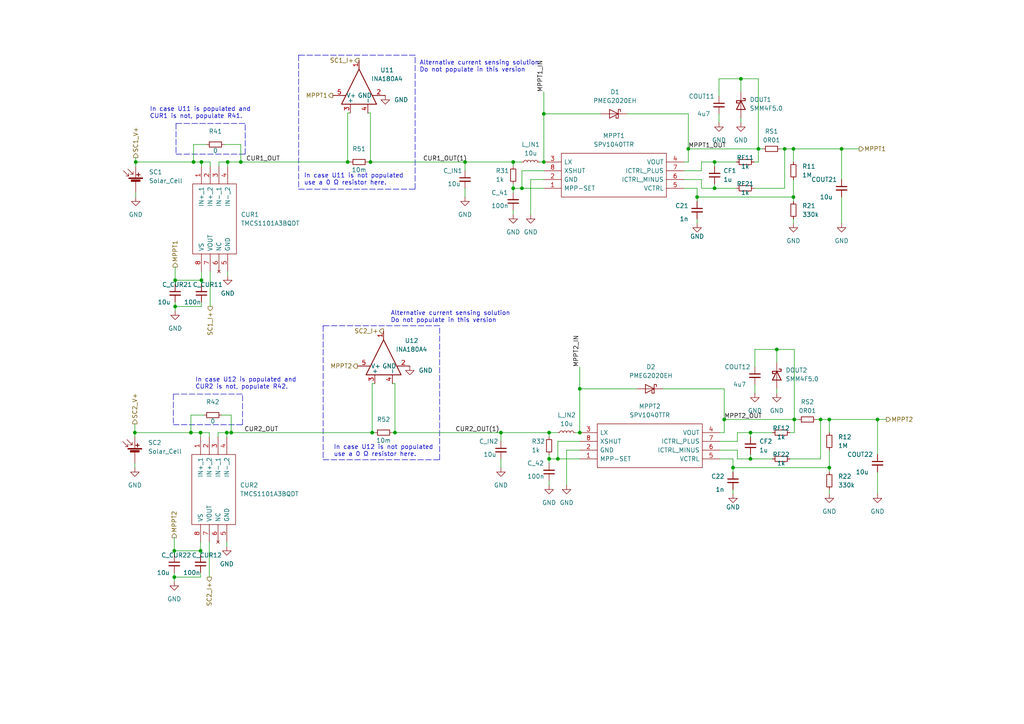
<source format=kicad_sch>
(kicad_sch (version 20211123) (generator eeschema)
  (paper "A4")
  (lib_symbols
    (symbol "Amplifier_Current:INA180A4" (pin_names (offset 0.127))
      (property "Reference" "U?" (at -0.5206 10.414 0))
      (property "Value" "INA180A4" (at -0.5206 7.874 0))
      (symbol "INA180A4_0_1"
        (polyline (pts (xy 5.08 0) (xy -5.08 5.08) (xy -5.08 -5.08) (xy 5.08 0)) (stroke (width 0.254)))
      )
      (symbol "INA180A4_1_1"
        (pin output line (at 7.62 0 180) (length 2.54) (name "~") (number "1"))
        (pin power_in line (at -2.54 -7.62 90) (length 3.81) (name "GND") (number "2"))
        (pin input line (at -7.62 2.54 0) (length 2.54) (name "+") (number "3"))
        (pin input line (at -7.62 -2.54 0) (length 2.54) (name "-") (number "4"))
        (pin power_in line (at -2.54 7.62 270) (length 3.81) (name "V+") (number "5"))
      )
    )
    (symbol "Device:C_Small" (pin_numbers hide) (pin_names (offset 0.254) hide)
      (property "Reference" "C" (at 0.254 1.778 0))
      (property "Value" "C_Small" (at 0.254 -2.032 0))
      (symbol "C_Small_0_1"
        (polyline (pts (xy -1.524 -0.508) (xy 1.524 -0.508)) (stroke (width 0.3302)))
        (polyline (pts (xy -1.524 0.508) (xy 1.524 0.508)) (stroke (width 0.3048)))
      )
      (symbol "C_Small_1_1"
        (pin passive line (at 0 2.54 270) (length 2.032) (name "~") (number "1"))
        (pin passive line (at 0 -2.54 90) (length 2.032) (name "~") (number "2"))
      )
    )
    (symbol "Device:D_Schottky" (pin_numbers hide) (pin_names (offset 1.016) hide)
      (property "Reference" "D" (at 0 2.54 0))
      (property "Value" "D_Schottky" (at 0 -2.54 0))
      (symbol "D_Schottky_0_1"
        (polyline (pts (xy 1.27 0) (xy -1.27 0)))
        (polyline (pts (xy 1.27 1.27) (xy 1.27 -1.27) (xy -1.27 0) (xy 1.27 1.27)) (stroke (width 0.254)))
        (polyline (pts (xy -1.905 0.635) (xy -1.905 1.27) (xy -1.27 1.27) (xy -1.27 -1.27) (xy -0.635 -1.27) (xy -0.635 -0.635)) (stroke (width 0.254)))
      )
      (symbol "D_Schottky_1_1"
        (pin passive line (at -3.81 0 0) (length 2.54) (name "K") (number "1"))
        (pin passive line (at 3.81 0 180) (length 2.54) (name "A") (number "2"))
      )
    )
    (symbol "Device:L_Small" (pin_numbers hide) (pin_names (offset 0.254) hide)
      (property "Reference" "L" (at 0.762 1.016 0))
      (property "Value" "L_Small" (at 0.762 -1.016 0))
      (symbol "L_Small_0_1"
        (arc (start 0 -2.032) (mid 0.508 -1.524) (end 0 -1.016))
        (arc (start 0 -1.016) (mid 0.508 -0.508) (end 0 0))
        (arc (start 0 0) (mid 0.508 0.508) (end 0 1.016))
        (arc (start 0 1.016) (mid 0.508 1.524) (end 0 2.032))
      )
      (symbol "L_Small_1_1"
        (pin passive line (at 0 2.54 270) (length 0.508) (name "~") (number "1"))
        (pin passive line (at 0 -2.54 90) (length 0.508) (name "~") (number "2"))
      )
    )
    (symbol "Device:R_Small" (pin_numbers hide) (pin_names (offset 0.254) hide)
      (property "Reference" "R" (at 0.762 0.508 0))
      (property "Value" "R_Small" (at 0.762 -1.016 0))
      (symbol "R_Small_0_1"
        (rectangle (start -0.762 1.778) (end 0.762 -1.778) (stroke (width 0.2032)))
      )
      (symbol "R_Small_1_1"
        (pin passive line (at 0 2.54 270) (length 0.762) (name "~") (number "1"))
        (pin passive line (at 0 -2.54 90) (length 0.762) (name "~") (number "2"))
      )
    )
    (symbol "Device:Solar_Cell" (pin_numbers hide) (pin_names (offset 0) hide)
      (property "Reference" "SC" (at 2.54 2.54 0))
      (property "Value" "Solar_Cell" (at 2.54 0 0))
      (symbol "Solar_Cell_0_1"
        (rectangle (start -2.032 1.778) (end 2.032 1.524) (fill (type outline)))
        (rectangle (start -1.3208 1.1938) (end 1.27 0.6858) (fill (type outline)))
        (polyline (pts (xy -2.032 2.286) (xy -3.556 3.81)))
        (polyline (pts (xy -0.762 2.794) (xy -2.286 4.318)))
        (polyline (pts (xy 0 0.762) (xy 0 0)))
        (polyline (pts (xy 0 1.778) (xy 0 2.54)))
        (polyline (pts (xy 0.254 2.667) (xy 1.27 2.667)) (stroke (width 0.254)))
        (polyline (pts (xy 0.762 3.175) (xy 0.762 2.159)) (stroke (width 0.254)))
        (polyline (pts (xy -2.032 3.048) (xy -2.032 2.286) (xy -2.794 2.286)))
        (polyline (pts (xy -0.762 3.556) (xy -0.762 2.794) (xy -1.524 2.794)))
      )
      (symbol "Solar_Cell_1_1"
        (pin passive line (at 0 5.08 270) (length 2.54) (name "+") (number "1"))
        (pin passive line (at 0 -2.54 90) (length 2.54) (name "-") (number "2"))
      )
    )
    (symbol "Diode:PMEG2020EH" (pin_numbers hide) (pin_names hide)
      (property "Reference" "D" (at 0 2.54 0))
      (property "Value" "PMEG2020EH" (at 0 -2.54 0))
      (symbol "PMEG2020EH_0_1"
        (polyline (pts (xy 1.27 0) (xy -1.27 0)))
        (polyline (pts (xy 1.27 1.27) (xy 1.27 -1.27) (xy -1.27 0) (xy 1.27 1.27)) (stroke (width 0.2032)))
        (polyline (pts (xy -1.905 0.635) (xy -1.905 1.27) (xy -1.27 1.27) (xy -1.27 -1.27) (xy -0.635 -1.27) (xy -0.635 -0.635)) (stroke (width 0.2032)))
      )
      (symbol "PMEG2020EH_1_1"
        (pin passive line (at -3.81 0 0) (length 2.54) (name "K") (number "1"))
        (pin passive line (at 3.81 0 180) (length 2.54) (name "A") (number "2"))
      )
    )
    (symbol "SamacSys:SPV1040TTR" (pin_names (offset 0.762))
      (property "Reference" "IC?" (at 20.32 7.62 0))
      (property "Value" "SPV1040TTR" (at 20.32 5.08 0))
      (symbol "SPV1040TTR_0_0"
        (pin input line (at 0 -7.62 0) (length 5.08) (name "MPP-SET") (number "1"))
        (pin power_in line (at 0 -5.08 0) (length 5.08) (name "GND") (number "2"))
        (pin input line (at 0 0 0) (length 5.08) (name "LX") (number "3"))
        (pin output line (at 40.64 0 180) (length 5.08) (name "VOUT") (number "4"))
        (pin input line (at 40.64 -7.62 180) (length 5.08) (name "VCTRL") (number "5"))
        (pin input line (at 40.64 -5.08 180) (length 5.08) (name "ICTRL_MINUS") (number "6"))
        (pin input line (at 40.64 -2.54 180) (length 5.08) (name "ICTRL_PLUS") (number "7"))
        (pin input line (at 0 -2.54 0) (length 5.08) (name "XSHUT") (number "8"))
      )
      (symbol "SPV1040TTR_0_1"
        (polyline (pts (xy 5.08 2.54) (xy 35.56 2.54) (xy 35.56 -10.16) (xy 5.08 -10.16) (xy 5.08 2.54)) (stroke (width 0.1524)))
      )
    )
    (symbol "SamacSys_Parts:TMCS1101A3BQDT" (pin_names (offset 0.762))
      (property "Reference" "IC" (at 26.67 7.62 0))
      (property "Value" "TMCS1101A3BQDT" (at 26.67 5.08 0))
      (symbol "TMCS1101A3BQDT_0_0"
        (pin passive line (at 0 0 0) (length 5.08) (name "IN+_1") (number "1"))
        (pin passive line (at 0 -2.54 0) (length 5.08) (name "IN+_2") (number "2"))
        (pin passive line (at 0 -5.08 0) (length 5.08) (name "IN-_1") (number "3"))
        (pin passive line (at 0 -7.62 0) (length 5.08) (name "IN-_2") (number "4"))
        (pin passive line (at 30.48 -7.62 180) (length 5.08) (name "GND") (number "5"))
        (pin no_connect line (at 30.48 -5.08 180) (length 5.08) (name "NC") (number "6"))
        (pin passive line (at 30.48 -2.54 180) (length 5.08) (name "VOUT") (number "7"))
        (pin passive line (at 30.48 0 180) (length 5.08) (name "VS") (number "8"))
      )
      (symbol "TMCS1101A3BQDT_0_1"
        (polyline (pts (xy 5.08 2.54) (xy 25.4 2.54) (xy 25.4 -10.16) (xy 5.08 -10.16) (xy 5.08 2.54)) (stroke (width 0.1524)))
      )
    )
    (symbol "power:GND" (power) (pin_names (offset 0))
      (property "Value" "GND" (at 0 -3.81 0))
      (symbol "GND_0_1"
        (polyline (pts (xy 0 0) (xy 0 -1.27) (xy 1.27 -1.27) (xy 0 -2.54) (xy -1.27 -1.27) (xy 0 -1.27)))
      )
      (symbol "GND_1_1"
        (pin power_in line (at 0 0 270) (length 0) hide (name "GND") (number "1"))
      )
    )
  )
  (junction (at 58.166 159.766))
  (junction (at 157.734 46.99))
  (junction (at 230.378 121.666))
  (junction (at 230.124 57.15))
  (junction (at 159.258 133.096))
  (junction (at 161.798 133.096))
  (junction (at 244.094 43.18))
  (junction (at 207.264 46.99))
  (junction (at 58.42 81.28))
  (junction (at 151.384 54.61))
  (junction (at 219.964 43.18))
  (junction (at 202.184 57.15))
  (junction (at 107.95 125.476))
  (junction (at 58.42 46.99))
  (junction (at 254.508 121.666))
  (junction (at 66.04 46.99))
  (junction (at 227.584 43.18))
  (junction (at 50.8 88.9))
  (junction (at 217.678 125.476))
  (junction (at 114.554 125.476))
  (junction (at 217.678 133.096))
  (junction (at 199.644 43.18))
  (junction (at 145.288 125.476))
  (junction (at 207.264 54.61))
  (junction (at 134.874 46.99))
  (junction (at 168.148 112.776))
  (junction (at 39.37 46.99))
  (junction (at 55.372 125.476))
  (junction (at 240.538 135.636))
  (junction (at 148.844 46.99))
  (junction (at 50.8 81.28))
  (junction (at 240.538 121.666))
  (junction (at 50.546 159.766))
  (junction (at 58.166 125.476))
  (junction (at 212.598 135.636))
  (junction (at 107.442 46.99))
  (junction (at 67.056 125.476))
  (junction (at 100.838 46.99))
  (junction (at 69.85 46.99))
  (junction (at 237.998 121.666))
  (junction (at 65.786 125.476))
  (junction (at 56.134 46.99))
  (junction (at 159.258 125.476))
  (junction (at 148.844 54.61))
  (junction (at 214.884 22.86))
  (junction (at 168.148 125.476))
  (junction (at 230.124 43.18))
  (junction (at 210.058 121.666))
  (junction (at 39.116 125.476))
  (junction (at 157.734 33.02))
  (junction (at 50.546 167.386))
  (junction (at 225.298 101.346))
  (wire (pts (xy 39.37 46.99) (xy 39.37 48.26)))
  (wire (pts (xy 145.288 133.096) (xy 145.288 135.636)))
  (wire (pts (xy 218.694 54.61) (xy 227.584 54.61)))
  (polyline (pts (xy 51.054 35.814) (xy 51.054 44.704)))
  (wire (pts (xy 63.5 46.99) (xy 63.5 48.26)))
  (polyline (pts (xy 93.726 94.488) (xy 93.726 133.35)))
  (wire (pts (xy 67.056 120.396) (xy 67.056 125.476)))
  (wire (pts (xy 50.546 167.386) (xy 58.166 167.386)))
  (wire (pts (xy 151.384 49.53) (xy 151.384 54.61)))
  (polyline (pts (xy 50.292 114.3) (xy 70.358 114.3)))
  (wire (pts (xy 157.734 26.67) (xy 157.734 33.02)))
  (polyline (pts (xy 86.614 16.002) (xy 86.614 16.256)))
  (wire (pts (xy 161.798 128.016) (xy 161.798 133.096)))
  (polyline (pts (xy 70.358 123.19) (xy 70.358 114.3)))
  (wire (pts (xy 192.278 112.776) (xy 210.058 112.776)))
  (wire (pts (xy 225.298 101.346) (xy 230.378 101.346)))
  (wire (pts (xy 217.678 133.096) (xy 217.678 131.826)))
  (wire (pts (xy 202.184 57.15) (xy 202.184 54.61)))
  (wire (pts (xy 50.546 167.386) (xy 50.546 168.656)))
  (wire (pts (xy 50.8 88.9) (xy 58.42 88.9)))
  (wire (pts (xy 210.058 112.776) (xy 210.058 121.666)))
  (wire (pts (xy 208.534 27.94) (xy 208.534 22.86)))
  (wire (pts (xy 207.264 46.99) (xy 213.614 46.99)))
  (wire (pts (xy 157.734 49.53) (xy 151.384 49.53)))
  (wire (pts (xy 107.95 111.252) (xy 107.95 125.476)))
  (wire (pts (xy 212.598 135.636) (xy 212.598 133.096)))
  (wire (pts (xy 161.798 133.096) (xy 159.258 133.096)))
  (polyline (pts (xy 93.726 94.488) (xy 93.726 94.742)))
  (wire (pts (xy 100.838 32.766) (xy 100.838 46.99)))
  (wire (pts (xy 65.786 125.476) (xy 67.056 125.476)))
  (wire (pts (xy 159.258 125.476) (xy 161.798 125.476)))
  (wire (pts (xy 148.844 54.61) (xy 148.844 55.88)))
  (wire (pts (xy 217.678 133.096) (xy 224.028 133.096)))
  (wire (pts (xy 207.264 46.99) (xy 203.454 46.99)))
  (wire (pts (xy 203.454 54.61) (xy 207.264 54.61)))
  (wire (pts (xy 214.884 34.29) (xy 214.884 35.56)))
  (wire (pts (xy 114.554 125.476) (xy 114.554 111.252)))
  (wire (pts (xy 145.288 128.016) (xy 145.288 125.476)))
  (wire (pts (xy 168.148 130.556) (xy 164.338 130.556)))
  (wire (pts (xy 240.538 135.636) (xy 212.598 135.636)))
  (wire (pts (xy 230.378 125.476) (xy 229.108 125.476)))
  (wire (pts (xy 257.048 121.666) (xy 254.508 121.666)))
  (wire (pts (xy 101.6 32.766) (xy 100.838 32.766)))
  (wire (pts (xy 58.166 125.476) (xy 60.706 125.476)))
  (wire (pts (xy 254.508 121.666) (xy 240.538 121.666)))
  (wire (pts (xy 213.868 130.556) (xy 213.868 133.096)))
  (wire (pts (xy 219.964 43.18) (xy 221.234 43.18)))
  (wire (pts (xy 219.964 22.86) (xy 219.964 43.18)))
  (polyline (pts (xy 127.508 94.488) (xy 93.726 94.488)))
  (wire (pts (xy 50.8 81.28) (xy 50.8 82.55)))
  (wire (pts (xy 230.124 43.18) (xy 227.584 43.18)))
  (wire (pts (xy 67.056 125.476) (xy 107.95 125.476)))
  (wire (pts (xy 198.374 52.07) (xy 203.454 52.07)))
  (wire (pts (xy 229.108 133.096) (xy 237.998 133.096)))
  (wire (pts (xy 199.644 43.18) (xy 219.964 43.18)))
  (wire (pts (xy 134.874 49.53) (xy 134.874 46.99)))
  (wire (pts (xy 39.116 122.936) (xy 39.116 125.476)))
  (wire (pts (xy 107.95 125.476) (xy 108.712 125.476)))
  (wire (pts (xy 159.258 125.476) (xy 159.258 126.746)))
  (wire (pts (xy 213.868 125.476) (xy 213.868 128.016)))
  (wire (pts (xy 208.534 33.02) (xy 208.534 35.56)))
  (wire (pts (xy 207.264 54.61) (xy 213.614 54.61)))
  (wire (pts (xy 168.148 133.096) (xy 161.798 133.096)))
  (wire (pts (xy 60.706 125.476) (xy 60.706 126.746)))
  (wire (pts (xy 55.372 120.396) (xy 59.182 120.396)))
  (wire (pts (xy 214.884 22.86) (xy 214.884 26.67)))
  (wire (pts (xy 240.538 125.476) (xy 240.538 121.666)))
  (wire (pts (xy 107.442 32.766) (xy 106.68 32.766)))
  (wire (pts (xy 254.508 136.906) (xy 254.508 143.256)))
  (wire (pts (xy 230.378 121.666) (xy 231.648 121.666)))
  (wire (pts (xy 50.546 159.766) (xy 50.546 161.036)))
  (wire (pts (xy 60.96 46.99) (xy 60.96 48.26)))
  (wire (pts (xy 58.42 78.74) (xy 58.42 81.28)))
  (wire (pts (xy 58.166 166.116) (xy 58.166 167.386)))
  (wire (pts (xy 203.454 49.53) (xy 198.374 49.53)))
  (wire (pts (xy 218.948 106.426) (xy 218.948 101.346)))
  (wire (pts (xy 151.384 54.61) (xy 148.844 54.61)))
  (wire (pts (xy 58.42 87.63) (xy 58.42 88.9)))
  (polyline (pts (xy 86.614 16.002) (xy 86.614 54.864)))
  (wire (pts (xy 50.8 87.63) (xy 50.8 88.9)))
  (wire (pts (xy 236.728 121.666) (xy 237.998 121.666)))
  (wire (pts (xy 148.844 54.61) (xy 148.844 53.34)))
  (wire (pts (xy 113.792 125.476) (xy 114.554 125.476)))
  (wire (pts (xy 159.258 139.446) (xy 159.258 140.716)))
  (wire (pts (xy 208.788 130.556) (xy 213.868 130.556)))
  (wire (pts (xy 58.166 157.226) (xy 58.166 159.766)))
  (wire (pts (xy 226.314 43.18) (xy 227.584 43.18)))
  (wire (pts (xy 66.04 78.74) (xy 66.04 80.01)))
  (wire (pts (xy 100.838 46.99) (xy 101.6 46.99)))
  (wire (pts (xy 58.42 46.99) (xy 60.96 46.99)))
  (wire (pts (xy 55.372 125.476) (xy 58.166 125.476)))
  (wire (pts (xy 153.924 52.07) (xy 153.924 62.23)))
  (wire (pts (xy 217.678 125.476) (xy 224.028 125.476)))
  (wire (pts (xy 230.124 52.07) (xy 230.124 57.15)))
  (wire (pts (xy 198.374 54.61) (xy 202.184 54.61)))
  (wire (pts (xy 249.174 43.18) (xy 244.094 43.18)))
  (wire (pts (xy 230.378 121.666) (xy 230.378 125.476)))
  (wire (pts (xy 168.148 106.426) (xy 168.148 112.776)))
  (wire (pts (xy 164.338 130.556) (xy 164.338 140.716)))
  (polyline (pts (xy 50.292 123.19) (xy 70.358 123.19)))
  (polyline (pts (xy 86.614 54.864) (xy 120.396 54.864)))
  (wire (pts (xy 214.884 22.86) (xy 219.964 22.86)))
  (wire (pts (xy 157.734 33.02) (xy 174.244 33.02)))
  (wire (pts (xy 63.246 125.476) (xy 63.246 126.746)))
  (wire (pts (xy 244.094 57.15) (xy 244.094 64.77)))
  (wire (pts (xy 217.678 126.746) (xy 217.678 125.476)))
  (wire (pts (xy 199.644 46.99) (xy 199.644 43.18)))
  (wire (pts (xy 254.508 121.666) (xy 254.508 131.826)))
  (wire (pts (xy 148.844 46.99) (xy 151.384 46.99)))
  (wire (pts (xy 207.264 54.61) (xy 207.264 53.34)))
  (wire (pts (xy 66.04 46.99) (xy 69.85 46.99)))
  (polyline (pts (xy 50.292 114.3) (xy 50.292 123.19)))
  (wire (pts (xy 145.288 125.476) (xy 159.258 125.476)))
  (wire (pts (xy 58.166 159.766) (xy 58.166 161.036)))
  (wire (pts (xy 65.786 125.476) (xy 65.786 126.746)))
  (wire (pts (xy 168.148 112.776) (xy 168.148 125.476)))
  (wire (pts (xy 230.124 46.99) (xy 230.124 43.18)))
  (wire (pts (xy 148.844 60.96) (xy 148.844 62.23)))
  (wire (pts (xy 56.134 46.99) (xy 58.42 46.99)))
  (wire (pts (xy 114.554 111.252) (xy 113.792 111.252)))
  (wire (pts (xy 50.546 155.956) (xy 50.546 159.766)))
  (wire (pts (xy 157.734 33.02) (xy 157.734 46.99)))
  (wire (pts (xy 60.706 157.226) (xy 60.706 167.386)))
  (wire (pts (xy 159.258 133.096) (xy 159.258 131.826)))
  (wire (pts (xy 244.094 43.18) (xy 230.124 43.18)))
  (wire (pts (xy 230.378 101.346) (xy 230.378 121.666)))
  (wire (pts (xy 207.264 48.26) (xy 207.264 46.99)))
  (wire (pts (xy 168.148 128.016) (xy 161.798 128.016)))
  (wire (pts (xy 212.598 143.256) (xy 212.598 141.986)))
  (wire (pts (xy 63.246 125.476) (xy 65.786 125.476)))
  (wire (pts (xy 50.546 159.766) (xy 58.166 159.766)))
  (wire (pts (xy 63.5 46.99) (xy 66.04 46.99)))
  (wire (pts (xy 39.37 45.72) (xy 39.37 46.99)))
  (wire (pts (xy 240.538 141.986) (xy 240.538 143.256)))
  (wire (pts (xy 181.864 33.02) (xy 199.644 33.02)))
  (wire (pts (xy 244.094 43.18) (xy 244.094 52.07)))
  (wire (pts (xy 157.734 54.61) (xy 151.384 54.61)))
  (wire (pts (xy 114.554 125.476) (xy 145.288 125.476)))
  (wire (pts (xy 39.116 134.366) (xy 39.116 135.636)))
  (wire (pts (xy 240.538 136.906) (xy 240.538 135.636)))
  (wire (pts (xy 69.85 46.99) (xy 100.838 46.99)))
  (wire (pts (xy 157.734 52.07) (xy 153.924 52.07)))
  (wire (pts (xy 107.442 46.99) (xy 107.442 32.766)))
  (wire (pts (xy 66.04 46.99) (xy 66.04 48.26)))
  (wire (pts (xy 58.42 81.28) (xy 58.42 82.55)))
  (wire (pts (xy 106.68 46.99) (xy 107.442 46.99)))
  (wire (pts (xy 225.298 112.776) (xy 225.298 114.046)))
  (wire (pts (xy 210.058 121.666) (xy 230.378 121.666)))
  (wire (pts (xy 107.442 46.99) (xy 134.874 46.99)))
  (wire (pts (xy 39.116 125.476) (xy 55.372 125.476)))
  (wire (pts (xy 159.258 133.096) (xy 159.258 134.366)))
  (polyline (pts (xy 71.12 44.704) (xy 71.12 35.814)))
  (polyline (pts (xy 120.396 54.864) (xy 120.396 16.002)))
  (wire (pts (xy 213.868 128.016) (xy 208.788 128.016)))
  (wire (pts (xy 50.8 77.47) (xy 50.8 81.28)))
  (wire (pts (xy 208.534 22.86) (xy 214.884 22.86)))
  (wire (pts (xy 39.37 46.99) (xy 56.134 46.99)))
  (wire (pts (xy 213.868 133.096) (xy 217.678 133.096)))
  (wire (pts (xy 240.538 130.556) (xy 240.538 135.636)))
  (wire (pts (xy 58.42 46.99) (xy 58.42 48.26)))
  (polyline (pts (xy 127.508 133.35) (xy 127.508 94.488)))
  (wire (pts (xy 230.124 57.15) (xy 202.184 57.15)))
  (wire (pts (xy 50.8 88.9) (xy 50.8 90.17)))
  (wire (pts (xy 203.454 46.99) (xy 203.454 49.53)))
  (wire (pts (xy 148.844 46.99) (xy 148.844 48.26)))
  (wire (pts (xy 134.874 54.61) (xy 134.874 57.15)))
  (wire (pts (xy 60.96 78.74) (xy 60.96 88.9)))
  (wire (pts (xy 212.598 135.636) (xy 212.598 136.906)))
  (wire (pts (xy 55.372 125.476) (xy 55.372 120.396)))
  (wire (pts (xy 202.184 64.77) (xy 202.184 63.5)))
  (wire (pts (xy 230.124 63.5) (xy 230.124 64.77)))
  (polyline (pts (xy 120.396 16.002) (xy 86.614 16.002)))
  (wire (pts (xy 64.262 120.396) (xy 67.056 120.396)))
  (wire (pts (xy 198.374 46.99) (xy 199.644 46.99)))
  (wire (pts (xy 237.998 121.666) (xy 237.998 133.096)))
  (wire (pts (xy 166.878 125.476) (xy 168.148 125.476)))
  (wire (pts (xy 69.85 41.91) (xy 69.85 46.99)))
  (wire (pts (xy 58.166 125.476) (xy 58.166 126.746)))
  (wire (pts (xy 225.298 101.346) (xy 225.298 105.156)))
  (wire (pts (xy 240.538 121.666) (xy 237.998 121.666)))
  (polyline (pts (xy 51.054 35.814) (xy 71.12 35.814)))
  (wire (pts (xy 219.964 46.99) (xy 218.694 46.99)))
  (wire (pts (xy 56.134 46.99) (xy 56.134 41.91)))
  (wire (pts (xy 210.058 125.476) (xy 210.058 121.666)))
  (polyline (pts (xy 93.726 133.35) (xy 127.508 133.35)))
  (wire (pts (xy 217.678 125.476) (xy 213.868 125.476)))
  (wire (pts (xy 56.134 41.91) (xy 59.944 41.91)))
  (wire (pts (xy 39.37 55.88) (xy 39.37 57.15)))
  (wire (pts (xy 218.948 111.506) (xy 218.948 114.046)))
  (wire (pts (xy 202.184 57.15) (xy 202.184 58.42)))
  (wire (pts (xy 168.148 112.776) (xy 184.658 112.776)))
  (wire (pts (xy 208.788 125.476) (xy 210.058 125.476)))
  (wire (pts (xy 108.712 111.252) (xy 107.95 111.252)))
  (wire (pts (xy 208.788 133.096) (xy 212.598 133.096)))
  (wire (pts (xy 65.024 41.91) (xy 69.85 41.91)))
  (polyline (pts (xy 51.054 44.704) (xy 71.12 44.704)))
  (wire (pts (xy 65.786 157.226) (xy 65.786 158.496)))
  (wire (pts (xy 50.546 166.116) (xy 50.546 167.386)))
  (wire (pts (xy 50.8 81.28) (xy 58.42 81.28)))
  (wire (pts (xy 199.644 33.02) (xy 199.644 43.18)))
  (wire (pts (xy 39.116 125.476) (xy 39.116 126.746)))
  (wire (pts (xy 156.464 46.99) (xy 157.734 46.99)))
  (wire (pts (xy 230.124 58.42) (xy 230.124 57.15)))
  (wire (pts (xy 203.454 52.07) (xy 203.454 54.61)))
  (wire (pts (xy 219.964 43.18) (xy 219.964 46.99)))
  (wire (pts (xy 134.874 46.99) (xy 148.844 46.99)))
  (wire (pts (xy 218.948 101.346) (xy 225.298 101.346)))
  (wire (pts (xy 227.584 43.18) (xy 227.584 54.61)))
  (text "Alternative current sensing solution\nDo not populate in this version" (at 121.666 21.082 0) (effects (font (size 1.27 1.27)) (justify left bottom)))
  (text "In case U12 is not populated \nuse a 0 Ω resistor here.\n" (at 96.774 132.588 0) (effects (font (size 1.27 1.27)) (justify left bottom)))
  (text "In case U11 is populated and\nCUR1 is not, populate R41.\n" (at 43.434 34.544 0) (effects (font (size 1.27 1.27)) (justify left bottom)))
  (text "In case U11 is not populated \nuse a 0 Ω resistor here.\n" (at 88.138 53.848 0) (effects (font (size 1.27 1.27)) (justify left bottom)))
  (text "In case U12 is populated and\nCUR2 is not, populate R42.\n" (at 56.642 113.03 0) (effects (font (size 1.27 1.27)) (justify left bottom)))
  (text "Alternative current sensing solution\nDo not populate in this version" (at 113.284 93.726 0) (effects (font (size 1.27 1.27)) (justify left bottom)))
  (label "CUR1_OUT" (at 71.374 46.99 0))
  (label "CUR2_OUT" (at 70.866 125.476 0))
  (label "MPPT1_OUT" (at 199.644 43.18 0))
  (label "CUR1_OUT(1)" (at 122.682 46.99 0))
  (label "MPPT2_OUT" (at 210.058 121.666 0))
  (label "CUR2_OUT(1)" (at 132.08 125.476 0))
  (label "MPPT2_IN" (at 168.148 106.426 90))
  (label "MPPT1_IN" (at 157.734 26.67 90))
  (hierarchical_label "MPPT1" (shape output) (at 50.8 77.47 90))
  (hierarchical_label "SC2_V+" (shape output) (at 39.116 122.936 90))
  (hierarchical_label "SC2_I+" (shape output) (at 60.706 167.386 270))
  (hierarchical_label "SC1_I+" (shape output) (at 60.96 88.9 270))
  (hierarchical_label "SC1_V+" (shape output) (at 39.37 45.72 90))
  (hierarchical_label "SC2_I+" (shape output) (at 111.252 96.012 180))
  (hierarchical_label "MPPT2" (shape output) (at 50.546 155.956 90))
  (hierarchical_label "MPPT2" (shape output) (at 103.632 106.172 180))
  (hierarchical_label "SC1_I+" (shape output) (at 104.14 17.526 180))
  (hierarchical_label "MPPT1" (shape output) (at 96.52 27.686 180))
  (hierarchical_label "MPPT2" (shape output) (at 257.048 121.666 0))
  (hierarchical_label "MPPT1" (shape output) (at 249.174 43.18 0))
  (symbol (lib_id "Device:R_Small") (at 223.774 43.18 270) (unit 1)
    (property "Reference" "RS1" (at 223.774 38.1 90))
    (property "Value" "0R01" (at 223.774 40.64 90))
    (property "Footprint" "Resistor_SMD:R_0603_1608Metric" (effects hide))
  )
  (symbol (lib_id "Device:L_Small") (at 164.338 125.476 90) (unit 1)
    (property "Reference" "L_IN2" (at 164.338 120.396 90))
    (property "Value" "10u" (at 164.338 122.936 90))
    (property "Footprint" "STS_Inductor_SMD:XAL6060103MEC" (effects hide))
  )
  (symbol (lib_id "power:GND") (at 225.298 114.046 0) (unit 1)
    (property "Reference" "#PWR017" (effects hide))
    (property "Value" "GND" (at 225.298 119.126 0))
  )
  (symbol (lib_id "Device:C_Small") (at 58.166 163.576 180) (unit 1)
    (property "Reference" "C_CUR12" (at 55.626 161.036 0) (effects (justify right)))
    (property "Value" "100n" (at 53.086 166.116 0) (effects (justify right)))
    (property "Footprint" "Capacitor_SMD:C_0603_1608Metric" (effects hide))
  )
  (symbol (lib_id "Diode:PMEG2020EH") (at 178.054 33.02 0) (mirror y) (unit 1)
    (property "Reference" "D1" (at 178.3715 26.67 0))
    (property "Value" "PMEG2020EH" (at 178.3715 29.21 0))
    (property "Footprint" "Diode_SMD:D_SOD-123F" (effects hide))
    (property "Datasheet" "https://assets.nexperia.com/documents/data-sheet/PMEG2020EH_EJ.pdf" (effects hide))
  )
  (symbol (lib_id "Device:C_Small") (at 202.184 60.96 0) (unit 1)
    (property "Reference" "C21" (at 195.834 59.69 0) (effects (justify left)))
    (property "Value" "1n" (at 197.104 63.5 0) (effects (justify left)))
    (property "Footprint" "Capacitor_SMD:C_0603_1608Metric" (effects hide))
  )
  (symbol (lib_id "power:GND") (at 145.288 135.636 0) (unit 1)
    (property "Reference" "#PWR09" (effects hide))
    (property "Value" "GND" (at 145.288 140.716 0))
  )
  (symbol (lib_id "Device:C_Small") (at 244.094 54.61 0) (unit 1)
    (property "Reference" "COUT21" (at 242.824 52.07 0) (effects (justify right)))
    (property "Value" "10u" (at 241.554 57.15 0) (effects (justify right)))
    (property "Footprint" "Capacitor_SMD:C_0603_1608Metric" (effects hide))
  )
  (symbol (lib_id "Device:C_Small") (at 254.508 134.366 0) (unit 1)
    (property "Reference" "COUT22" (at 253.238 131.826 0) (effects (justify right)))
    (property "Value" "10u" (at 251.968 136.906 0) (effects (justify right)))
    (property "Footprint" "Capacitor_SMD:C_0603_1608Metric" (effects hide))
  )
  (symbol (lib_id "Amplifier_Current:INA180A4") (at 111.252 103.632 90) (unit 1)
    (property "Reference" "U12" (at 119.38 98.806 90))
    (property "Value" "INA180A4" (at 119.38 101.346 90))
    (property "Footprint" "Package_TO_SOT_SMD:SOT-23-5" (effects hide))
    (property "Datasheet" "http://www.ti.com/lit/ds/symlink/ina180.pdf" (effects hide))
  )
  (symbol (lib_id "Diode:PMEG2020EH") (at 188.468 112.776 0) (mirror y) (unit 1)
    (property "Reference" "D2" (at 188.7855 106.426 0))
    (property "Value" "PMEG2020EH" (at 188.7855 108.966 0))
    (property "Footprint" "Diode_SMD:D_SOD-123F" (effects hide))
    (property "Datasheet" "https://assets.nexperia.com/documents/data-sheet/PMEG2020EH_EJ.pdf" (effects hide))
  )
  (symbol (lib_id "power:GND") (at 148.844 62.23 0) (unit 1)
    (property "Reference" "#PWR010" (effects hide))
    (property "Value" "GND" (at 148.844 67.31 0))
  )
  (symbol (lib_id "power:GND") (at 254.508 143.256 0) (unit 1)
    (property "Reference" "#PWR0110" (effects hide))
    (property "Value" "GND" (at 254.508 148.336 0))
  )
  (symbol (lib_id "Device:Solar_Cell") (at 39.116 131.826 0) (unit 1)
    (property "Reference" "SC2" (at 42.926 128.3969 0) (effects (justify left)))
    (property "Value" "Solar_Cell" (at 42.926 130.9369 0) (effects (justify left)))
    (property "Footprint" "STS_solder:3G30A_40x80_Y_SC2" (effects hide))
  )
  (symbol (lib_id "Device:R_Small") (at 230.124 60.96 180) (unit 1)
    (property "Reference" "R21" (at 232.664 59.6899 0) (effects (justify right)))
    (property "Value" "330k" (at 232.664 62.2299 0) (effects (justify right)))
    (property "Footprint" "Resistor_SMD:R_0603_1608Metric" (effects hide))
  )
  (symbol (lib_id "Device:R_Small") (at 61.722 120.396 90) (unit 1)
    (property "Reference" "R42" (at 61.722 116.586 90))
    (property "Value" "0" (at 61.722 122.174 90))
    (property "Footprint" "Resistor_SMD:R_0603_1608Metric" (effects hide))
  )
  (symbol (lib_id "power:GND") (at 240.538 143.256 0) (unit 1)
    (property "Reference" "#PWR018" (effects hide))
    (property "Value" "GND" (at 240.538 148.336 0))
  )
  (symbol (lib_id "power:GND") (at 159.258 140.716 0) (unit 1)
    (property "Reference" "#PWR011" (effects hide))
    (property "Value" "GND" (at 159.258 145.796 0))
  )
  (symbol (lib_id "Device:C_Small") (at 145.288 130.556 0) (unit 1)
    (property "Reference" "C_IN2" (at 138.938 128.016 0) (effects (justify left)))
    (property "Value" "10u" (at 140.208 131.826 0) (effects (justify left)))
    (property "Footprint" "Capacitor_SMD:C_0603_1608Metric" (effects hide))
  )
  (symbol (lib_id "Device:R_Small") (at 230.124 49.53 180) (unit 1)
    (property "Reference" "R11" (at 232.664 48.2599 0) (effects (justify right)))
    (property "Value" "1M" (at 232.664 50.7999 0) (effects (justify right)))
    (property "Footprint" "Resistor_SMD:R_0603_1608Metric" (effects hide))
  )
  (symbol (lib_id "Device:R_Small") (at 148.844 50.8 180) (unit 1)
    (property "Reference" "R31" (at 143.764 49.53 0) (effects (justify right)))
    (property "Value" "1k" (at 143.764 52.07 0) (effects (justify right)))
    (property "Footprint" "Resistor_SMD:R_0603_1608Metric" (effects hide))
  )
  (symbol (lib_id "Device:R_Small") (at 234.188 121.666 270) (unit 1)
    (property "Reference" "RS2" (at 234.188 116.586 90))
    (property "Value" "0R01" (at 234.188 119.126 90))
    (property "Footprint" "Resistor_SMD:R_0603_1608Metric" (effects hide))
  )
  (symbol (lib_id "Device:C_Small") (at 218.948 108.966 0) (unit 1)
    (property "Reference" "COUT12" (at 217.678 106.426 0) (effects (justify right)))
    (property "Value" "4u7" (at 216.408 111.506 0) (effects (justify right)))
    (property "Footprint" "Capacitor_SMD:C_0603_1608Metric" (effects hide))
  )
  (symbol (lib_id "power:GND") (at 39.37 57.15 0) (unit 1)
    (property "Reference" "#PWR0108" (effects hide))
    (property "Value" "GND" (at 39.37 62.23 0))
  )
  (symbol (lib_id "power:GND") (at 66.04 80.01 0) (unit 1)
    (property "Reference" "#PWR07" (effects hide))
    (property "Value" "GND" (at 66.04 85.09 0))
  )
  (symbol (lib_id "Device:D_Schottky") (at 225.298 108.966 270) (unit 1)
    (property "Reference" "DOUT2" (at 227.838 107.3784 90) (effects (justify left)))
    (property "Value" "SMM4F5.0" (at 227.838 109.9184 90) (effects (justify left)))
    (property "Footprint" "SamacSys:STMITE" (effects hide))
  )
  (symbol (lib_id "SamacSys:SPV1040TTR") (at 157.734 46.99 0) (unit 1)
    (property "Reference" "MPPT1" (at 178.054 39.37 0))
    (property "Value" "SPV1040TTR" (at 178.054 41.91 0))
    (property "Footprint" "Package_SO:TSSOP-8_4.4x3mm_P0.65mm" (effects hide))
    (property "Description" "Switching Voltage Regulators Hi Eff Solar Charger MPPT 0.3V to 5.5V" (effects hide))
    (property "Height" "1.2" (effects hide))
    (property "Mouser Part Number" "511-SPV1040TTR" (effects hide))
    (property "Mouser Price/Stock" "https://www.mouser.co.uk/ProductDetail/STMicroelectronics/SPV1040TTR?qs=AHLdMMsI%252Bhr%2Fj5DYN1qCwQ%3D%3D" (effects hide))
    (property "Manufacturer_Name" "STMicroelectronics" (effects hide))
    (property "Manufacturer_Part_Number" "SPV1040TTR" (effects hide))
  )
  (symbol (lib_id "Amplifier_Current:INA180A4") (at 104.14 25.146 90) (unit 1)
    (property "Reference" "U11" (at 112.268 20.32 90))
    (property "Value" "INA180A4" (at 112.268 22.86 90))
    (property "Footprint" "Package_TO_SOT_SMD:SOT-23-5" (effects hide))
    (property "Datasheet" "http://www.ti.com/lit/ds/symlink/ina180.pdf" (effects hide))
  )
  (symbol (lib_id "Device:R_Small") (at 216.154 46.99 270) (unit 1)
    (property "Reference" "RF11" (at 216.154 45.72 90))
    (property "Value" "1k" (at 216.154 48.26 90))
    (property "Footprint" "Resistor_SMD:R_0603_1608Metric" (effects hide))
  )
  (symbol (lib_id "power:GND") (at 208.534 35.56 0) (unit 1)
    (property "Reference" "#PWR014" (effects hide))
    (property "Value" "GND" (at 208.534 40.64 0))
  )
  (symbol (lib_id "power:GND") (at 111.76 27.686 0) (mirror y) (unit 1)
    (property "Reference" "#PWR0114" (effects hide))
    (property "Value" "GND" (at 114.3 28.9559 0) (effects (justify right)))
  )
  (symbol (lib_id "Device:R_Small") (at 111.252 125.476 90) (unit 1)
    (property "Reference" "R52" (at 111.252 121.666 90))
    (property "Value" "10m" (at 111.252 127.762 90))
    (property "Footprint" "Resistor_SMD:R_0603_1608Metric" (effects hide))
  )
  (symbol (lib_id "Device:C_Small") (at 134.874 52.07 0) (unit 1)
    (property "Reference" "C_IN1" (at 128.524 49.53 0) (effects (justify left)))
    (property "Value" "10u" (at 129.794 53.34 0) (effects (justify left)))
    (property "Footprint" "Capacitor_SMD:C_0603_1608Metric" (effects hide))
  )
  (symbol (lib_id "Device:R_Small") (at 104.14 46.99 90) (unit 1)
    (property "Reference" "R51" (at 104.14 43.18 90))
    (property "Value" "10m" (at 104.14 49.276 90))
    (property "Footprint" "Resistor_SMD:R_0603_1608Metric" (effects hide))
  )
  (symbol (lib_id "power:GND") (at 244.094 64.77 0) (unit 1)
    (property "Reference" "#PWR0109" (effects hide))
    (property "Value" "GND" (at 244.094 69.85 0))
  )
  (symbol (lib_id "Device:C_Small") (at 208.534 30.48 0) (unit 1)
    (property "Reference" "COUT11" (at 207.264 27.94 0) (effects (justify right)))
    (property "Value" "4u7" (at 205.994 33.02 0) (effects (justify right)))
    (property "Footprint" "Capacitor_SMD:C_0603_1608Metric" (effects hide))
  )
  (symbol (lib_id "power:GND") (at 212.598 143.256 0) (unit 1)
    (property "Reference" "#PWR013" (effects hide))
    (property "Value" "GND" (at 212.598 147.066 0))
  )
  (symbol (lib_id "Device:R_Small") (at 216.154 54.61 270) (unit 1)
    (property "Reference" "RF21" (at 216.154 53.34 90))
    (property "Value" "1k" (at 216.154 55.88 90))
    (property "Footprint" "Resistor_SMD:R_0603_1608Metric" (effects hide))
  )
  (symbol (lib_id "SamacSys_Parts:TMCS1101A3BQDT") (at 58.42 48.26 90) (mirror x) (unit 1)
    (property "Reference" "CUR1" (at 69.85 62.2299 90) (effects (justify right)))
    (property "Value" "TMCS1101A3BQDT" (at 69.85 64.7699 90) (effects (justify right)))
    (property "Footprint" "Package_SO:SOIC-8_3.9x4.9mm_P1.27mm" (effects hide))
    (property "Datasheet" "http://www.ti.com/general/docs/lit/getliterature.tsp?genericPartNumber=TMCS1101&fileType=pdf" (effects hide))
    (property "Description" "Board Mount Current Sensors Precision isolated current sensor with internal reference 8-SOIC -40 to 125" (effects hide))
    (property "Height" "1.75" (effects hide))
    (property "Mouser Part Number" "595-TMCS1101A3BQDT" (effects hide))
    (property "Mouser Price/Stock" "https://www.mouser.co.uk/ProductDetail/Texas-Instruments/TMCS1101A3BQDT?qs=sPbYRqrBIVlcEjfuuH8LqA%3D%3D" (effects hide))
    (property "Manufacturer_Name" "Texas Instruments" (effects hide))
    (property "Manufacturer_Part_Number" "TMCS1101A3BQDT" (effects hide))
  )
  (symbol (lib_id "Device:R_Small") (at 240.538 139.446 180) (unit 1)
    (property "Reference" "R22" (at 243.078 138.1759 0) (effects (justify right)))
    (property "Value" "330k" (at 243.078 140.7159 0) (effects (justify right)))
    (property "Footprint" "Resistor_SMD:R_0603_1608Metric" (effects hide))
  )
  (symbol (lib_id "Device:C_Small") (at 207.264 50.8 180) (unit 1)
    (property "Reference" "CF1" (at 209.804 49.5235 0) (effects (justify right)))
    (property "Value" "1u" (at 209.804 52.0635 0) (effects (justify right)))
    (property "Footprint" "Capacitor_SMD:C_0603_1608Metric" (effects hide))
  )
  (symbol (lib_id "Device:C_Small") (at 217.678 129.286 180) (unit 1)
    (property "Reference" "CF2" (at 220.218 128.0095 0) (effects (justify right)))
    (property "Value" "1u" (at 220.218 130.5495 0) (effects (justify right)))
    (property "Footprint" "Capacitor_SMD:C_0603_1608Metric" (effects hide))
  )
  (symbol (lib_id "power:GND") (at 39.116 135.636 0) (unit 1)
    (property "Reference" "#PWR0107" (effects hide))
    (property "Value" "GND" (at 39.116 140.716 0))
  )
  (symbol (lib_id "Device:C_Small") (at 50.546 163.576 0) (mirror y) (unit 1)
    (property "Reference" "C_CUR22" (at 46.736 161.036 0) (effects (justify right)))
    (property "Value" "10u" (at 45.466 166.116 0) (effects (justify right)))
    (property "Footprint" "Capacitor_SMD:C_0603_1608Metric" (effects hide))
  )
  (symbol (lib_id "Device:C_Small") (at 148.844 58.42 180) (unit 1)
    (property "Reference" "C_41" (at 142.494 55.88 0) (effects (justify right)))
    (property "Value" "100n" (at 142.494 59.69 0) (effects (justify right)))
    (property "Footprint" "Capacitor_SMD:C_0603_1608Metric" (effects hide))
  )
  (symbol (lib_id "power:GND") (at 218.948 114.046 0) (unit 1)
    (property "Reference" "#PWR015" (effects hide))
    (property "Value" "GND" (at 218.948 119.126 0))
  )
  (symbol (lib_id "power:GND") (at 65.786 158.496 0) (unit 1)
    (property "Reference" "#PWR08" (effects hide))
    (property "Value" "GND" (at 65.786 163.576 0))
  )
  (symbol (lib_id "Device:R_Small") (at 226.568 125.476 270) (unit 1)
    (property "Reference" "RF12" (at 226.568 124.206 90))
    (property "Value" "1k" (at 226.568 126.746 90))
    (property "Footprint" "Resistor_SMD:R_0603_1608Metric" (effects hide))
  )
  (symbol (lib_id "Device:C_Small") (at 50.8 85.09 0) (mirror y) (unit 1)
    (property "Reference" "C_CUR21" (at 46.99 82.55 0) (effects (justify right)))
    (property "Value" "10u" (at 45.72 87.63 0) (effects (justify right)))
    (property "Footprint" "Capacitor_SMD:C_0603_1608Metric" (effects hide))
  )
  (symbol (lib_id "SamacSys_Parts:TMCS1101A3BQDT") (at 58.166 126.746 90) (mirror x) (unit 1)
    (property "Reference" "CUR2" (at 69.596 140.7159 90) (effects (justify right)))
    (property "Value" "TMCS1101A3BQDT" (at 69.596 143.2559 90) (effects (justify right)))
    (property "Footprint" "Package_SO:SOIC-8_3.9x4.9mm_P1.27mm" (effects hide))
    (property "Datasheet" "http://www.ti.com/general/docs/lit/getliterature.tsp?genericPartNumber=TMCS1101&fileType=pdf" (effects hide))
    (property "Description" "Board Mount Current Sensors Precision isolated current sensor with internal reference 8-SOIC -40 to 125" (effects hide))
    (property "Height" "1.75" (effects hide))
    (property "Mouser Part Number" "595-TMCS1101A3BQDT" (effects hide))
    (property "Mouser Price/Stock" "https://www.mouser.co.uk/ProductDetail/Texas-Instruments/TMCS1101A3BQDT?qs=sPbYRqrBIVlcEjfuuH8LqA%3D%3D" (effects hide))
    (property "Manufacturer_Name" "Texas Instruments" (effects hide))
    (property "Manufacturer_Part_Number" "TMCS1101A3BQDT" (effects hide))
  )
  (symbol (lib_id "Device:L_Small") (at 153.924 46.99 90) (unit 1)
    (property "Reference" "L_IN1" (at 153.924 41.91 90))
    (property "Value" "10u" (at 153.924 44.45 90))
    (property "Footprint" "STS_Inductor_SMD:XAL6060103MEC" (effects hide))
  )
  (symbol (lib_id "Device:R_Small") (at 159.258 129.286 180) (unit 1)
    (property "Reference" "R32" (at 154.178 128.016 0) (effects (justify right)))
    (property "Value" "1k" (at 154.178 130.556 0) (effects (justify right)))
    (property "Footprint" "Resistor_SMD:R_0603_1608Metric" (effects hide))
  )
  (symbol (lib_id "Device:R_Small") (at 62.484 41.91 90) (unit 1)
    (property "Reference" "R41" (at 62.484 38.1 90))
    (property "Value" "0" (at 62.484 43.688 90))
    (property "Footprint" "Resistor_SMD:R_0603_1608Metric" (effects hide))
  )
  (symbol (lib_id "power:GND") (at 50.8 90.17 0) (unit 1)
    (property "Reference" "#PWR01" (effects hide))
    (property "Value" "GND" (at 50.8 95.25 0))
  )
  (symbol (lib_id "Device:D_Schottky") (at 214.884 30.48 270) (unit 1)
    (property "Reference" "DOUT1" (at 217.424 28.8924 90) (effects (justify left)))
    (property "Value" "SMM4F5.0" (at 217.424 31.4324 90) (effects (justify left)))
    (property "Footprint" "SamacSys:STMITE" (effects hide))
  )
  (symbol (lib_id "power:GND") (at 230.124 64.77 0) (unit 1)
    (property "Reference" "#PWR0104" (effects hide))
    (property "Value" "GND" (at 230.124 69.85 0))
  )
  (symbol (lib_id "Device:C_Small") (at 212.598 139.446 0) (unit 1)
    (property "Reference" "C22" (at 206.248 138.176 0) (effects (justify left)))
    (property "Value" "1n" (at 207.518 141.986 0) (effects (justify left)))
    (property "Footprint" "Capacitor_SMD:C_0603_1608Metric" (effects hide))
  )
  (symbol (lib_id "Device:C_Small") (at 58.42 85.09 180) (unit 1)
    (property "Reference" "C_CUR11" (at 55.88 82.55 0) (effects (justify right)))
    (property "Value" "100n" (at 53.34 87.63 0) (effects (justify right)))
    (property "Footprint" "Capacitor_SMD:C_0603_1608Metric" (effects hide))
  )
  (symbol (lib_id "power:GND") (at 134.874 57.15 0) (unit 1)
    (property "Reference" "#PWR0106" (effects hide))
    (property "Value" "GND" (at 134.874 62.23 0))
  )
  (symbol (lib_id "power:GND") (at 164.338 140.716 0) (unit 1)
    (property "Reference" "#PWR012" (effects hide))
    (property "Value" "GND" (at 164.338 145.796 0))
  )
  (symbol (lib_id "Device:R_Small") (at 240.538 128.016 180) (unit 1)
    (property "Reference" "R12" (at 243.078 126.7459 0) (effects (justify right)))
    (property "Value" "1M" (at 243.078 129.2859 0) (effects (justify right)))
    (property "Footprint" "Resistor_SMD:R_0603_1608Metric" (effects hide))
  )
  (symbol (lib_id "power:GND") (at 202.184 64.77 0) (unit 1)
    (property "Reference" "#PWR0103" (effects hide))
    (property "Value" "GND" (at 202.184 68.58 0))
  )
  (symbol (lib_id "Device:Solar_Cell") (at 39.37 53.34 0) (unit 1)
    (property "Reference" "SC1" (at 43.18 49.9109 0) (effects (justify left)))
    (property "Value" "Solar_Cell" (at 43.18 52.4509 0) (effects (justify left)))
    (property "Footprint" "STS_solder:3G30A_40x80_Y_SC1" (effects hide))
  )
  (symbol (lib_id "power:GND") (at 153.924 62.23 0) (unit 1)
    (property "Reference" "#PWR0105" (effects hide))
    (property "Value" "GND" (at 153.924 67.31 0))
  )
  (symbol (lib_id "Device:R_Small") (at 226.568 133.096 270) (unit 1)
    (property "Reference" "RF22" (at 226.568 131.826 90))
    (property "Value" "1k" (at 226.568 134.366 90))
    (property "Footprint" "Resistor_SMD:R_0603_1608Metric" (effects hide))
  )
  (symbol (lib_id "Device:C_Small") (at 159.258 136.906 180) (unit 1)
    (property "Reference" "C_42" (at 152.908 134.366 0) (effects (justify right)))
    (property "Value" "100n" (at 152.908 138.176 0) (effects (justify right)))
    (property "Footprint" "Capacitor_SMD:C_0603_1608Metric" (effects hide))
  )
  (symbol (lib_id "power:GND") (at 50.546 168.656 0) (unit 1)
    (property "Reference" "#PWR06" (effects hide))
    (property "Value" "GND" (at 50.546 173.736 0))
  )
  (symbol (lib_id "power:GND") (at 118.872 106.172 0) (mirror y) (unit 1)
    (property "Reference" "#PWR0115" (effects hide))
    (property "Value" "GND" (at 121.412 107.4419 0) (effects (justify right)))
  )
  (symbol (lib_id "power:GND") (at 214.884 35.56 0) (unit 1)
    (property "Reference" "#PWR016" (effects hide))
    (property "Value" "GND" (at 214.884 40.64 0))
  )
  (symbol (lib_id "SamacSys:SPV1040TTR") (at 168.148 125.476 0) (unit 1)
    (property "Reference" "MPPT2" (at 188.468 117.856 0))
    (property "Value" "SPV1040TTR" (at 188.468 120.396 0))
    (property "Footprint" "Package_SO:TSSOP-8_4.4x3mm_P0.65mm" (effects hide))
    (property "Description" "Switching Voltage Regulators Hi Eff Solar Charger MPPT 0.3V to 5.5V" (effects hide))
    (property "Height" "1.2" (effects hide))
    (property "Mouser Part Number" "511-SPV1040TTR" (effects hide))
    (property "Mouser Price/Stock" "https://www.mouser.co.uk/ProductDetail/STMicroelectronics/SPV1040TTR?qs=AHLdMMsI%252Bhr%2Fj5DYN1qCwQ%3D%3D" (effects hide))
    (property "Manufacturer_Name" "STMicroelectronics" (effects hide))
    (property "Manufacturer_Part_Number" "SPV1040TTR" (effects hide))
  )
)
</source>
